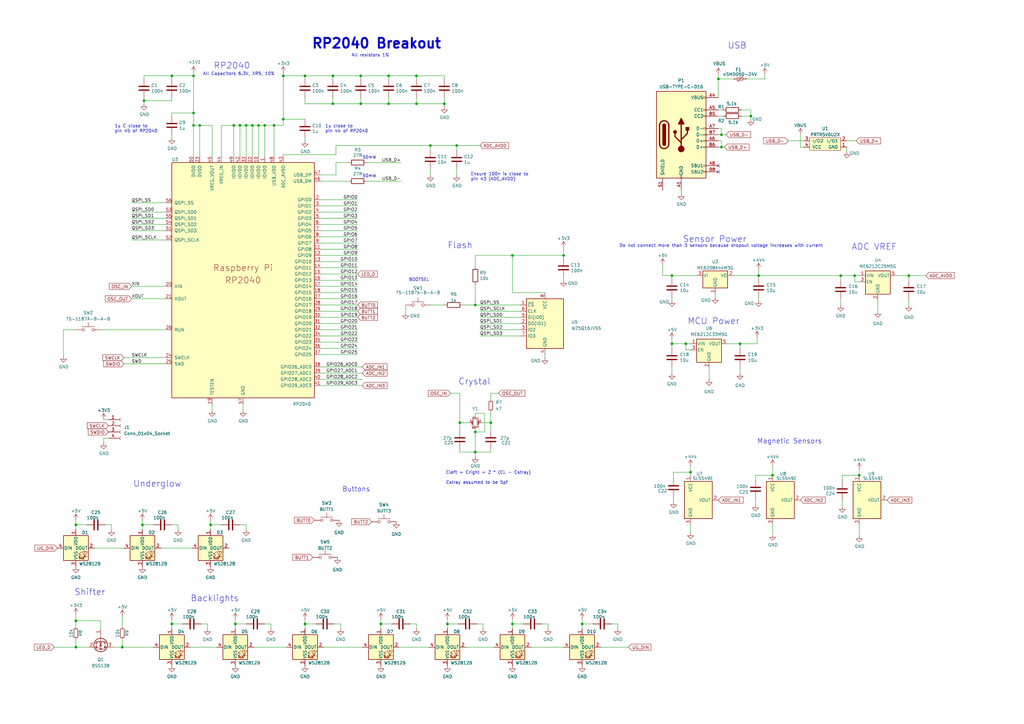
<source format=kicad_sch>
(kicad_sch (version 20230121) (generator eeschema)
  (paper "A3")
  (title_block (title "keeb") (date "2020-12-18") (rev "REV1"))
  (junction (at 201.295 173.355))
  (junction (at 95.885 51.435))
  (junction (at 81.915 51.435))
  (junction (at 283.21 193.675))
  (junction (at 307.975 47.625))
  (junction (at 210.185 104.775))
  (junction (at 31.115 265.43))
  (junction (at 275.59 113.03))
  (junction (at 58.42 215.265))
  (junction (at 170.815 42.545))
  (junction (at 136.525 42.545))
  (junction (at 188.595 173.355))
  (junction (at 96.52 255.905))
  (junction (at 79.375 46.355))
  (junction (at 108.585 51.435))
  (junction (at 98.425 51.435))
  (junction (at 70.485 255.905))
  (junction (at 147.955 42.545))
  (junction (at 238.76 255.905))
  (junction (at 295.91 55.245))
  (junction (at 210.185 255.905))
  (junction (at 106.045 51.435))
  (junction (at 275.59 140.97))
  (junction (at 294.64 32.385))
  (junction (at 194.945 177.165))
  (junction (at 100.965 51.435))
  (junction (at 159.385 42.545))
  (junction (at 59.055 41.275))
  (junction (at 311.15 113.03))
  (junction (at 50.165 265.43))
  (junction (at 350.52 113.03))
  (junction (at 281.305 140.97))
  (junction (at 194.945 185.42))
  (junction (at 183.515 255.905))
  (junction (at 31.115 254.635))
  (junction (at 344.805 113.03))
  (junction (at 79.375 51.435))
  (junction (at 147.955 31.115))
  (junction (at 116.205 48.895))
  (junction (at 125.095 255.905))
  (junction (at 194.945 125.095))
  (junction (at 31.115 215.265))
  (junction (at 316.865 194.945))
  (junction (at 182.245 42.545))
  (junction (at 70.485 31.115))
  (junction (at 303.53 140.97))
  (junction (at 156.21 255.905))
  (junction (at 295.91 60.325))
  (junction (at 79.375 31.115))
  (junction (at 103.505 51.435))
  (junction (at 372.745 113.03))
  (junction (at 112.395 51.435))
  (junction (at 176.53 59.69))
  (junction (at 125.095 31.115))
  (junction (at 159.385 31.115))
  (junction (at 352.425 194.945))
  (junction (at 116.205 31.115))
  (junction (at 136.525 31.115))
  (junction (at 86.36 215.265))
  (junction (at 170.815 31.115))
  (junction (at 187.325 59.69))
  (junction (at 231.14 104.775))
  (no_connect (at 294.64 67.945))
  (no_connect (at 294.64 70.485))
  (wire (pts (xy 283.21 215.265) (xy 283.21 218.44)))
  (wire (pts (xy 131.445 86.995) (xy 146.685 86.995)))
  (wire (pts (xy 131.445 84.455) (xy 146.685 84.455)))
  (wire (pts (xy 210.185 255.905) (xy 210.185 257.81)))
  (wire (pts (xy 194.945 104.775) (xy 194.945 109.22)))
  (wire (pts (xy 329.565 60.325) (xy 328.295 60.325)))
  (wire (pts (xy 131.445 130.175) (xy 146.685 130.175)))
  (wire (pts (xy 131.445 158.115) (xy 148.59 158.115)))
  (wire (pts (xy 196.85 137.795) (xy 213.36 137.795)))
  (wire (pts (xy 309.88 204.47) (xy 309.88 207.01)))
  (wire (pts (xy 70.485 41.275) (xy 70.485 40.005)))
  (wire (pts (xy 86.995 165.735) (xy 86.995 168.275)))
  (wire (pts (xy 38.735 224.79) (xy 50.8 224.79)))
  (wire (pts (xy 104.14 265.43) (xy 117.475 265.43)))
  (wire (pts (xy 131.445 153.035) (xy 148.59 153.035)))
  (wire (pts (xy 86.36 215.265) (xy 90.805 215.265)))
  (wire (pts (xy 156.21 254) (xy 156.21 255.905)))
  (wire (pts (xy 306.07 32.385) (xy 313.69 32.385)))
  (wire (pts (xy 111.125 255.905) (xy 111.125 257.81)))
  (wire (pts (xy 59.055 40.005) (xy 59.055 41.275)))
  (wire (pts (xy 196.85 127.635) (xy 213.36 127.635)))
  (wire (pts (xy 116.205 48.895) (xy 125.095 48.895)))
  (wire (pts (xy 67.945 83.185) (xy 53.975 83.185)))
  (wire (pts (xy 131.445 107.315) (xy 146.685 107.315)))
  (wire (pts (xy 131.445 145.415) (xy 146.685 145.415)))
  (wire (pts (xy 31.115 252.095) (xy 31.115 254.635)))
  (wire (pts (xy 296.545 45.085) (xy 294.64 45.085)))
  (wire (pts (xy 136.525 32.385) (xy 136.525 31.115)))
  (wire (pts (xy 53.975 92.075) (xy 67.945 92.075)))
  (wire (pts (xy 350.52 115.57) (xy 352.425 115.57)))
  (wire (pts (xy 31.115 262.255) (xy 31.115 265.43)))
  (wire (pts (xy 295.91 55.245) (xy 297.815 55.245)))
  (wire (pts (xy 238.76 255.905) (xy 243.205 255.905)))
  (wire (pts (xy 210.185 104.775) (xy 231.14 104.775)))
  (wire (pts (xy 79.375 51.435) (xy 79.375 64.135)))
  (wire (pts (xy 323.215 57.785) (xy 329.565 57.785)))
  (wire (pts (xy 210.185 255.905) (xy 214.63 255.905)))
  (wire (pts (xy 131.445 142.875) (xy 146.685 142.875)))
  (wire (pts (xy 197.485 173.355) (xy 201.295 173.355)))
  (wire (pts (xy 283.21 194.945) (xy 283.21 193.675)))
  (wire (pts (xy 131.445 74.295) (xy 142.875 74.295)))
  (wire (pts (xy 156.21 255.905) (xy 156.21 257.81)))
  (wire (pts (xy 103.505 51.435) (xy 106.045 51.435)))
  (wire (pts (xy 70.485 255.905) (xy 74.93 255.905)))
  (wire (pts (xy 352.425 192.405) (xy 352.425 194.945)))
  (wire (pts (xy 50.8 146.685) (xy 67.945 146.685)))
  (wire (pts (xy 131.445 125.095) (xy 146.685 125.095)))
  (wire (pts (xy 31.115 215.265) (xy 31.115 217.17)))
  (wire (pts (xy 198.755 169.545) (xy 198.755 177.165)))
  (wire (pts (xy 95.885 51.435) (xy 98.425 51.435)))
  (wire (pts (xy 231.14 113.665) (xy 231.14 114.935)))
  (wire (pts (xy 150.495 74.295) (xy 164.465 74.295)))
  (wire (pts (xy 131.445 81.915) (xy 146.685 81.915)))
  (wire (pts (xy 367.665 113.03) (xy 372.745 113.03)))
  (wire (pts (xy 194.945 177.165) (xy 194.945 185.42)))
  (wire (pts (xy 163.83 265.43) (xy 175.895 265.43)))
  (wire (pts (xy 125.095 31.115) (xy 136.525 31.115)))
  (wire (pts (xy 231.14 101.6) (xy 231.14 104.775)))
  (wire (pts (xy 116.205 63.5) (xy 137.795 63.5)))
  (wire (pts (xy 70.485 46.355) (xy 79.375 46.355)))
  (wire (pts (xy 116.205 31.115) (xy 116.205 48.895)))
  (wire (pts (xy 294.64 47.625) (xy 296.545 47.625)))
  (wire (pts (xy 156.21 255.905) (xy 160.655 255.905)))
  (wire (pts (xy 311.15 121.92) (xy 311.15 123.19)))
  (wire (pts (xy 344.805 122.555) (xy 344.805 125.095)))
  (wire (pts (xy 103.505 64.135) (xy 103.505 51.435)))
  (wire (pts (xy 111.125 255.905) (xy 108.585 255.905)))
  (wire (pts (xy 279.4 78.105) (xy 279.4 79.375)))
  (wire (pts (xy 344.805 114.935) (xy 344.805 113.03)))
  (wire (pts (xy 194.945 125.095) (xy 213.36 125.095)))
  (wire (pts (xy 281.305 143.51) (xy 283.21 143.51)))
  (wire (pts (xy 170.815 31.115) (xy 182.245 31.115)))
  (wire (pts (xy 350.52 113.03) (xy 350.52 115.57)))
  (wire (pts (xy 238.76 255.905) (xy 238.76 257.81)))
  (wire (pts (xy 99.695 165.735) (xy 99.695 168.275)))
  (wire (pts (xy 170.815 40.005) (xy 170.815 42.545)))
  (wire (pts (xy 79.375 46.355) (xy 79.375 51.435)))
  (wire (pts (xy 295.91 52.705) (xy 295.91 55.245)))
  (wire (pts (xy 66.04 224.79) (xy 78.74 224.79)))
  (wire (pts (xy 132.715 265.43) (xy 148.59 265.43)))
  (wire (pts (xy 50.165 265.43) (xy 62.865 265.43)))
  (wire (pts (xy 131.445 132.715) (xy 146.685 132.715)))
  (wire (pts (xy 137.795 66.675) (xy 142.875 66.675)))
  (wire (pts (xy 224.79 255.905) (xy 224.79 257.81)))
  (wire (pts (xy 316.865 191.135) (xy 316.865 194.945)))
  (wire (pts (xy 189.865 125.095) (xy 194.945 125.095)))
  (wire (pts (xy 81.915 51.435) (xy 79.375 51.435)))
  (wire (pts (xy 131.445 102.235) (xy 146.685 102.235)))
  (wire (pts (xy 78.105 265.43) (xy 88.9 265.43)))
  (wire (pts (xy 316.865 215.265) (xy 316.865 219.075)))
  (wire (pts (xy 147.955 40.005) (xy 147.955 42.545)))
  (wire (pts (xy 271.78 113.03) (xy 275.59 113.03)))
  (wire (pts (xy 182.245 42.545) (xy 182.245 43.815)))
  (wire (pts (xy 45.72 215.265) (xy 45.72 217.17)))
  (wire (pts (xy 313.69 30.48) (xy 313.69 32.385)))
  (wire (pts (xy 294.64 32.385) (xy 294.64 40.005)))
  (wire (pts (xy 100.965 215.265) (xy 98.425 215.265)))
  (wire (pts (xy 347.345 57.785) (xy 351.155 57.785)))
  (wire (pts (xy 372.745 122.555) (xy 372.745 125.095)))
  (wire (pts (xy 131.445 71.755) (xy 137.795 71.755)))
  (wire (pts (xy 345.44 205.105) (xy 345.44 207.645)))
  (wire (pts (xy 307.975 47.625) (xy 307.975 48.895)))
  (wire (pts (xy 116.205 31.115) (xy 125.095 31.115)))
  (wire (pts (xy 70.485 47.625) (xy 70.485 46.355)))
  (wire (pts (xy 131.445 120.015) (xy 146.685 120.015)))
  (wire (pts (xy 303.53 140.97) (xy 310.515 140.97)))
  (wire (pts (xy 50.165 262.255) (xy 50.165 265.43)))
  (wire (pts (xy 294.64 30.48) (xy 294.64 32.385)))
  (wire (pts (xy 275.59 150.495) (xy 275.59 153.035)))
  (wire (pts (xy 275.59 121.92) (xy 275.59 123.19)))
  (wire (pts (xy 194.945 170.815) (xy 194.945 169.545)))
  (wire (pts (xy 46.355 265.43) (xy 50.165 265.43)))
  (wire (pts (xy 187.325 59.69) (xy 187.325 61.595)))
  (wire (pts (xy 194.945 116.84) (xy 194.945 125.095)))
  (wire (pts (xy 125.095 32.385) (xy 125.095 31.115)))
  (wire (pts (xy 96.52 255.905) (xy 100.965 255.905)))
  (wire (pts (xy 253.365 255.905) (xy 253.365 257.81)))
  (wire (pts (xy 137.795 66.675) (xy 137.795 71.755)))
  (wire (pts (xy 67.945 98.425) (xy 53.975 98.425)))
  (wire (pts (xy 210.185 254) (xy 210.185 255.905)))
  (wire (pts (xy 106.045 51.435) (xy 108.585 51.435)))
  (wire (pts (xy 285.75 113.03) (xy 275.59 113.03)))
  (wire (pts (xy 131.445 122.555) (xy 146.685 122.555)))
  (wire (pts (xy 70.485 55.245) (xy 70.485 56.515)))
  (wire (pts (xy 300.99 113.03) (xy 311.15 113.03)))
  (wire (pts (xy 131.445 114.935) (xy 146.685 114.935)))
  (wire (pts (xy 53.975 94.615) (xy 67.945 94.615)))
  (wire (pts (xy 170.815 255.905) (xy 168.275 255.905)))
  (wire (pts (xy 290.83 151.13) (xy 290.83 155.575)))
  (wire (pts (xy 316.865 194.945) (xy 309.88 194.945)))
  (wire (pts (xy 204.47 161.29) (xy 201.295 161.29)))
  (wire (pts (xy 116.205 48.895) (xy 116.205 51.435)))
  (wire (pts (xy 188.595 185.42) (xy 188.595 184.15)))
  (wire (pts (xy 137.795 63.5) (xy 137.795 59.69)))
  (wire (pts (xy 345.44 194.945) (xy 352.425 194.945)))
  (wire (pts (xy 311.15 114.3) (xy 311.15 113.03)))
  (wire (pts (xy 295.91 60.325) (xy 295.91 57.785)))
  (wire (pts (xy 210.185 104.775) (xy 210.185 120.015)))
  (wire (pts (xy 131.445 127.635) (xy 146.685 127.635)))
  (wire (pts (xy 194.945 169.545) (xy 198.755 169.545)))
  (wire (pts (xy 194.945 187.325) (xy 194.945 185.42)))
  (wire (pts (xy 100.965 51.435) (xy 103.505 51.435)))
  (wire (pts (xy 194.945 185.42) (xy 201.295 185.42)))
  (wire (pts (xy 303.53 150.495) (xy 303.53 153.035)))
  (wire (pts (xy 96.52 254) (xy 96.52 255.905)))
  (wire (pts (xy 253.365 255.905) (xy 250.825 255.905)))
  (wire (pts (xy 347.345 60.325) (xy 347.345 62.23)))
  (wire (pts (xy 41.275 135.255) (xy 67.945 135.255)))
  (wire (pts (xy 108.585 51.435) (xy 108.585 64.135)))
  (wire (pts (xy 86.995 51.435) (xy 81.915 51.435)))
  (wire (pts (xy 85.09 255.905) (xy 82.55 255.905)))
  (wire (pts (xy 147.955 42.545) (xy 136.525 42.545)))
  (wire (pts (xy 276.225 203.835) (xy 276.225 205.74)))
  (wire (pts (xy 70.485 32.385) (xy 70.485 31.115)))
  (wire (pts (xy 67.945 122.555) (xy 53.975 122.555)))
  (wire (pts (xy 328.295 60.325) (xy 328.295 55.245)))
  (wire (pts (xy 42.545 179.705) (xy 44.45 179.705)))
  (wire (pts (xy 131.445 99.695) (xy 146.685 99.695)))
  (wire (pts (xy 58.42 213.36) (xy 58.42 215.265)))
  (wire (pts (xy 275.59 114.3) (xy 275.59 113.03)))
  (wire (pts (xy 275.59 142.875) (xy 275.59 140.97)))
  (wire (pts (xy 125.095 40.005) (xy 125.095 42.545)))
  (wire (pts (xy 70.485 31.115) (xy 79.375 31.115)))
  (wire (pts (xy 45.72 215.265) (xy 43.18 215.265)))
  (wire (pts (xy 182.245 32.385) (xy 182.245 31.115)))
  (wire (pts (xy 372.745 114.935) (xy 372.745 113.03)))
  (wire (pts (xy 194.945 185.42) (xy 188.595 185.42)))
  (wire (pts (xy 307.975 45.085) (xy 307.975 47.625)))
  (wire (pts (xy 108.585 51.435) (xy 112.395 51.435)))
  (wire (pts (xy 309.88 194.945) (xy 309.88 196.85)))
  (wire (pts (xy 194.945 175.895) (xy 194.945 177.165)))
  (wire (pts (xy 311.15 113.03) (xy 344.805 113.03)))
  (wire (pts (xy 131.445 109.855) (xy 146.685 109.855)))
  (wire (pts (xy 183.515 255.905) (xy 187.96 255.905)))
  (wire (pts (xy 136.525 42.545) (xy 125.095 42.545)))
  (wire (pts (xy 131.445 117.475) (xy 146.685 117.475)))
  (wire (pts (xy 136.525 40.005) (xy 136.525 42.545)))
  (wire (pts (xy 131.445 135.255) (xy 146.685 135.255)))
  (wire (pts (xy 176.53 125.095) (xy 182.245 125.095)))
  (wire (pts (xy 352.425 113.03) (xy 350.52 113.03)))
  (wire (pts (xy 281.305 140.97) (xy 281.305 143.51)))
  (wire (pts (xy 131.445 92.075) (xy 146.685 92.075)))
  (wire (pts (xy 159.385 32.385) (xy 159.385 31.115)))
  (wire (pts (xy 176.53 59.69) (xy 187.325 59.69)))
  (wire (pts (xy 188.595 176.53) (xy 188.595 173.355)))
  (wire (pts (xy 131.445 140.335) (xy 146.685 140.335)))
  (wire (pts (xy 131.445 97.155) (xy 146.685 97.155)))
  (wire (pts (xy 310.515 138.43) (xy 310.515 140.97)))
  (wire (pts (xy 22.225 265.43) (xy 31.115 265.43)))
  (wire (pts (xy 147.955 31.115) (xy 159.385 31.115)))
  (wire (pts (xy 238.76 254) (xy 238.76 255.905)))
  (wire (pts (xy 271.78 108.585) (xy 271.78 113.03)))
  (wire (pts (xy 116.205 29.845) (xy 116.205 31.115)))
  (wire (pts (xy 131.445 89.535) (xy 146.685 89.535)))
  (wire (pts (xy 31.115 135.255) (xy 26.035 135.255)))
  (wire (pts (xy 50.165 252.73) (xy 50.165 257.175)))
  (wire (pts (xy 41.275 254.635) (xy 41.275 257.81)))
  (wire (pts (xy 112.395 64.135) (xy 112.395 51.435)))
  (wire (pts (xy 213.36 132.715) (xy 196.85 132.715)))
  (wire (pts (xy 125.095 255.905) (xy 125.095 257.81)))
  (wire (pts (xy 231.14 106.045) (xy 231.14 104.775)))
  (wire (pts (xy 194.945 104.775) (xy 210.185 104.775)))
  (wire (pts (xy 201.295 184.15) (xy 201.295 185.42)))
  (wire (pts (xy 125.095 254) (xy 125.095 255.905)))
  (wire (pts (xy 131.445 104.775) (xy 146.685 104.775)))
  (wire (pts (xy 31.115 213.36) (xy 31.115 215.265)))
  (wire (pts (xy 136.525 31.115) (xy 147.955 31.115)))
  (wire (pts (xy 150.495 66.675) (xy 164.465 66.675)))
  (wire (pts (xy 303.53 142.875) (xy 303.53 140.97)))
  (wire (pts (xy 86.36 215.265) (xy 86.36 217.17)))
  (wire (pts (xy 131.445 112.395) (xy 146.685 112.395)))
  (wire (pts (xy 59.055 41.275) (xy 70.485 41.275)))
  (wire (pts (xy 183.515 254) (xy 183.515 255.905)))
  (wire (pts (xy 139.7 255.905) (xy 137.16 255.905)))
  (wire (pts (xy 131.445 150.495) (xy 148.59 150.495)))
  (wire (pts (xy 90.805 51.435) (xy 95.885 51.435)))
  (wire (pts (xy 59.055 32.385) (xy 59.055 31.115)))
  (wire (pts (xy 183.515 255.905) (xy 183.515 257.81)))
  (wire (pts (xy 176.53 69.215) (xy 176.53 71.755)))
  (wire (pts (xy 53.975 86.995) (xy 67.945 86.995)))
  (wire (pts (xy 59.055 31.115) (xy 70.485 31.115)))
  (wire (pts (xy 81.915 64.135) (xy 81.915 51.435)))
  (wire (pts (xy 137.795 59.69) (xy 176.53 59.69)))
  (wire (pts (xy 344.805 113.03) (xy 350.52 113.03)))
  (wire (pts (xy 187.325 69.215) (xy 187.325 71.755)))
  (wire (pts (xy 31.115 215.265) (xy 35.56 215.265)))
  (wire (pts (xy 86.36 213.36) (xy 86.36 215.265)))
  (wire (pts (xy 139.7 255.905) (xy 139.7 257.81)))
  (wire (pts (xy 70.485 255.905) (xy 70.485 257.81)))
  (wire (pts (xy 224.79 255.905) (xy 222.25 255.905)))
  (wire (pts (xy 31.115 265.43) (xy 36.195 265.43)))
  (wire (pts (xy 100.965 64.135) (xy 100.965 51.435)))
  (wire (pts (xy 106.045 64.135) (xy 106.045 51.435)))
  (wire (pts (xy 31.115 254.635) (xy 41.275 254.635)))
  (wire (pts (xy 246.38 265.43) (xy 257.81 265.43)))
  (wire (pts (xy 58.42 215.265) (xy 62.865 215.265)))
  (wire (pts (xy 131.445 94.615) (xy 146.685 94.615)))
  (wire (pts (xy 191.135 265.43) (xy 202.565 265.43)))
  (wire (pts (xy 79.375 29.845) (xy 79.375 31.115)))
  (wire (pts (xy 198.12 255.905) (xy 198.12 257.81)))
  (wire (pts (xy 86.995 64.135) (xy 86.995 51.435)))
  (wire (pts (xy 294.64 32.385) (xy 300.99 32.385)))
  (wire (pts (xy 304.165 47.625) (xy 307.975 47.625)))
  (wire (pts (xy 31.115 254.635) (xy 31.115 257.175)))
  (wire (pts (xy 188.595 161.29) (xy 184.785 161.29)))
  (wire (pts (xy 26.035 135.255) (xy 26.035 146.05)))
  (wire (pts (xy 42.545 172.085) (xy 44.45 172.085)))
  (wire (pts (xy 53.975 117.475) (xy 67.945 117.475)))
  (wire (pts (xy 170.815 32.385) (xy 170.815 31.115)))
  (wire (pts (xy 198.755 177.165) (xy 194.945 177.165)))
  (wire (pts (xy 294.64 52.705) (xy 295.91 52.705)))
  (wire (pts (xy 79.375 31.115) (xy 79.375 46.355)))
  (wire (pts (xy 58.42 215.265) (xy 58.42 217.17)))
  (wire (pts (xy 112.395 51.435) (xy 116.205 51.435)))
  (wire (pts (xy 283.21 140.97) (xy 281.305 140.97)))
  (wire (pts (xy 198.12 255.905) (xy 195.58 255.905)))
  (wire (pts (xy 170.815 42.545) (xy 182.245 42.545)))
  (wire (pts (xy 360.045 123.19) (xy 360.045 127.635)))
  (wire (pts (xy 188.595 161.29) (xy 188.595 173.355)))
  (wire (pts (xy 213.36 130.175) (xy 196.85 130.175)))
  (wire (pts (xy 283.21 191.135) (xy 283.21 193.675)))
  (wire (pts (xy 131.445 155.575) (xy 148.59 155.575)))
  (wire (pts (xy 95.885 64.135) (xy 95.885 51.435)))
  (wire (pts (xy 53.975 89.535) (xy 67.945 89.535)))
  (wire (pts (xy 98.425 64.135) (xy 98.425 51.435)))
  (wire (pts (xy 98.425 51.435) (xy 100.965 51.435)))
  (wire (pts (xy 294.64 57.785) (xy 295.91 57.785)))
  (wire (pts (xy 131.445 137.795) (xy 146.685 137.795)))
  (wire (pts (xy 166.37 125.095) (xy 166.37 128.27)))
  (wire (pts (xy 116.205 63.5) (xy 116.205 64.135)))
  (wire (pts (xy 276.225 193.675) (xy 276.225 196.215)))
  (wire (pts (xy 159.385 31.115) (xy 170.815 31.115)))
  (wire (pts (xy 73.025 215.265) (xy 73.025 217.17)))
  (wire (pts (xy 294.64 55.245) (xy 295.91 55.245)))
  (wire (pts (xy 311.15 110.49) (xy 311.15 113.03)))
  (wire (pts (xy 85.09 255.905) (xy 85.09 257.81)))
  (wire (pts (xy 170.815 255.905) (xy 170.815 257.81)))
  (wire (pts (xy 295.91 60.325) (xy 297.18 60.325)))
  (wire (pts (xy 50.8 149.225) (xy 67.945 149.225)))
  (wire (pts (xy 188.595 173.355) (xy 192.405 173.355)))
  (wire (pts (xy 159.385 42.545) (xy 147.955 42.545)))
  (wire (pts (xy 176.53 59.69) (xy 176.53 61.595)))
  (wire (pts (xy 352.425 215.265) (xy 352.425 219.71)))
  (wire (pts (xy 59.055 41.275) (xy 59.055 42.545)))
  (wire (pts (xy 293.37 120.65) (xy 293.37 121.92)))
  (wire (pts (xy 283.21 193.675) (xy 276.225 193.675)))
  (wire (pts (xy 96.52 255.905) (xy 96.52 257.81)))
  (wire (pts (xy 275.59 139.065) (xy 275.59 140.97)))
  (wire (pts (xy 196.85 135.255) (xy 213.36 135.255)))
  (wire (pts (xy 201.295 161.29) (xy 201.295 163.83)))
  (wire (pts (xy 201.295 173.355) (xy 201.295 176.53)))
  (wire (pts (xy 210.185 120.015) (xy 223.52 120.015)))
  (wire (pts (xy 90.805 64.135) (xy 90.805 51.435)))
  (wire (pts (xy 307.975 45.085) (xy 304.165 45.085)))
  (wire (pts (xy 217.805 265.43) (xy 231.14 265.43)))
  (wire (pts (xy 182.245 40.005) (xy 182.245 42.545)))
  (wire (pts (xy 73.025 215.265) (xy 70.485 215.265)))
  (wire (pts (xy 159.385 40.005) (xy 159.385 42.545)))
  (wire (pts (xy 100.965 215.265) (xy 100.965 217.17)))
  (wire (pts (xy 125.095 57.785) (xy 125.095 56.515)))
  (wire (pts (xy 159.385 42.545) (xy 170.815 42.545)))
  (wire (pts (xy 147.955 32.385) (xy 147.955 31.115)))
  (wire (pts (xy 187.325 59.69) (xy 196.85 59.69)))
  (wire (pts (xy 294.64 60.325) (xy 295.91 60.325)))
  (wire (pts (xy 275.59 140.97) (xy 281.305 140.97)))
  (wire (pts (xy 70.485 254) (xy 70.485 255.905)))
  (wire (pts (xy 372.745 113.03) (xy 379.73 113.03)))
  (wire (pts (xy 201.295 168.91) (xy 201.295 173.355)))
  (wire (pts (xy 298.45 140.97) (xy 303.53 140.97)))
  (wire (pts (xy 345.44 194.945) (xy 345.44 197.485)))
  (wire (pts (xy 125.095 255.905) (xy 129.54 255.905)))
  (wire (pts (xy 42.545 181.61) (xy 42.545 179.705)))
  (wire (pts (xy 223.52 145.415) (xy 223.52 146.685)))
  (image (at 154.305 -161.29) (scale 5.52324))
  (image (at -134.62 54.61) (scale 2.69118))
  (text "Sensor Power" (at 280.035 99.695 0) (effects (font (size 2.54 2.54)) (justify left bottom)))
  (text "50mW" (at 148.59 65.405 0) (effects (font (size 1.27 1.27)) (justify left bottom)))
  (text "RP2040 Breakout\n" (at 127.635 20.32 0) (effects (font (size 4 4) (thickness 0.8) bold) (justify left bottom)))
  (text "Do not connect more than 3 sensors because dropout voltage increases with current" (at 254 101.6 0) (effects (font (size 1.27 1.27)) (justify left bottom)))
  (text "Backlights" (at 78.105 247.015 0) (effects (font (size 2.54 2.54)) (justify left bottom)))
  (text "Crystal" (at 187.96 158.115 0) (effects (font (size 2.54 2.54)) (justify left bottom)))
  (text "ADC VREF\n" (at 349.25 102.87 0) (effects (font (size 2.54 2.54)) (justify left bottom)))
  (text "Magnetic Sensors" (at 310.515 182.245 0) (effects (font (size 2 2)) (justify left bottom)))
  (text "Underglow" (at 54.61 200.025 0) (effects (font (size 2.54 2.54)) (justify left bottom)))
  (text "All Capacitors 6.3V, XR5, 10%" (at 83.185 31.115 0) (effects (font (size 1.27 1.27)) (justify left bottom)))
  (text "USB" (at 298.45 20.32 0) (effects (font (size 2.54 2.54)) (justify left bottom)))
  (text "Flash" (at 183.515 102.235 0) (effects (font (size 2.54 2.54)) (justify left bottom)))
  (text "Ensure 100n is close to \npin 43 (ADC_AVDD)" (at 193.04 74.295 0) (effects (font (size 1.27 1.27)) (justify left bottom)))
  (text "1u close to \npin 44 of RP2040" (at 133.35 54.61 0) (effects (font (size 1.27 1.27)) (justify left bottom)))
  (text "1u C close to \npin 45 of RP2040" (at 46.99 54.61 0) (effects (font (size 1.27 1.27)) (justify left bottom)))
  (text "All resistors 1%" (at 144.145 23.495 0) (effects (font (size 1.27 1.27)) (justify left bottom)))
  (text "MCU Power\n" (at 281.94 133.35 0) (effects (font (size 2.54 2.54)) (justify left bottom)))
  (text "Buttons" (at 140.335 201.93 0) (effects (font (size 2 2)) (justify left bottom)))
  (text "Shifter" (at 30.48 244.475 0) (effects (font (size 2.54 2.54)) (justify left bottom)))
  (text "50mW" (at 148.59 73.025 0) (effects (font (size 1.27 1.27)) (justify left bottom)))
  (text "RP2040" (at 87.63 28.575 0) (effects (font (size 2.54 2.54)) (justify left bottom)))
  (text "Cleft = Cright = 2 * (CL - Cstray)\n\nCstray assumed to be 5pf" (at 182.88 198.755 0) (effects (font (size 1.27 1.27)) (justify left bottom)))
  (text "BOOTSEL" (at 167.64 115.57 0) (effects (font (size 1.27 1.27)) (justify left bottom)))
  (text "\n\n\n\n\n\n" (at 19.685 247.015 0) (effects (font (size 1.27 1.27)) (justify left bottom)))
  (label "QSPI_SS" (at 53.975 83.185 0))
  (label "GPIO26_ADC0" (at 146.685 150.495 180))
  (label "QSPI_SD0" (at 53.975 86.995 0))
  (label "GPIO29_ADC3" (at 146.685 158.115 180))
  (label "GPIO28_ADC2" (at 146.685 155.575 180))
  (label "XOUT" (at 53.975 122.555 0))
  (label "GPIO24" (at 146.685 142.875 180))
  (label "GPIO20" (at 146.685 132.715 180))
  (label "GPIO11" (at 146.685 109.855 180))
  (label "GPIO14" (at 146.685 117.475 180))
  (label "QSPI_SD0" (at 196.85 130.175 0))
  (label "GPIO10" (at 146.685 107.315 180))
  (label "GPIO9" (at 146.685 104.775 180))
  (label "GPIO16" (at 146.685 122.555 180))
  (label "QSPI_SS" (at 196.85 125.095 0))
  (label "GPIO17" (at 146.685 125.095 180))
  (label "QSPI_SCLK" (at 196.85 127.635 0))
  (label "QSPI_SD1" (at 196.85 132.715 0))
  (label "GPIO27_ADC1" (at 146.685 153.035 180))
  (label "GPIO12" (at 146.685 112.395 180))
  (label "QSPI_SD2" (at 196.85 135.255 0))
  (label "USB_D-" (at 164.465 74.295 180))
  (label "GPIO4" (at 146.685 92.075 180))
  (label "GPIO23" (at 146.685 140.335 180))
  (label "SWD" (at 53.975 149.225 0))
  (label "GPIO21" (at 146.685 135.255 180))
  (label "GPIO6" (at 146.685 97.155 180))
  (label "GPIO18" (at 146.685 127.635 180))
  (label "QSPI_SD3" (at 196.85 137.795 0))
  (label "GPIO3" (at 146.685 89.535 180))
  (label "QSPI_SD3" (at 53.975 94.615 0))
  (label "QSPI_SD2" (at 53.975 92.075 0))
  (label "GPIO5" (at 146.685 94.615 180))
  (label "GPIO1" (at 146.685 84.455 180))
  (label "GPIO7" (at 146.685 99.695 180))
  (label "GPIO22" (at 146.685 137.795 180))
  (label "USB_D+" (at 164.465 66.675 180))
  (label "GPIO0" (at 146.685 81.915 180))
  (label "QSPI_SD1" (at 53.975 89.535 0))
  (label "GPIO13" (at 146.685 114.935 180))
  (label "GPIO25" (at 146.685 145.415 180))
  (label "XIN" (at 53.975 117.475 0))
  (label "QSPI_SCLK" (at 53.975 98.425 0))
  (label "GPIO19" (at 146.685 130.175 180))
  (label "GPIO15" (at 146.685 120.015 180))
  (label "GPIO8" (at 146.685 102.235 180))
  (label "SWCLK" (at 53.975 146.685 0))
  (label "GPIO2" (at 146.685 86.995 180))
  (global_label "ADC_AVDD" (shape input) (at 196.85 59.69 0) (property "Intersheetrefs" "${INTERSHEET_REFS}" (effects hide)))
  (global_label "LED_D" (shape input) (at 22.225 265.43 180) (property "Intersheetrefs" "${INTERSHEET_REFS}" (effects hide)))
  (global_label "BUTT1" (shape input) (at 146.685 127.635 0) (property "Intersheetrefs" "${INTERSHEET_REFS}" (effects hide)))
  (global_label "UG_DIN" (shape input) (at 23.495 224.79 180) (property "Intersheetrefs" "${INTERSHEET_REFS}" (effects hide)))
  (global_label "USB_D+" (shape input) (at 297.18 60.325 0) (property "Intersheetrefs" "${INTERSHEET_REFS}" (effects hide)))
  (global_label "ADC_IN3" (shape input) (at 148.59 158.115 0) (property "Intersheetrefs" "${INTERSHEET_REFS}" (effects hide)))
  (global_label "OSC_OUT" (shape input) (at 53.975 122.555 180) (property "Intersheetrefs" "${INTERSHEET_REFS}" (effects hide)))
  (global_label "ADC_IN1" (shape input) (at 294.64 205.105 0) (property "Intersheetrefs" "${INTERSHEET_REFS}" (effects hide)))
  (global_label "ADC_IN2" (shape input) (at 148.59 153.035 0) (property "Intersheetrefs" "${INTERSHEET_REFS}" (effects hide)))
  (global_label "ADC_AVDD" (shape input) (at 379.73 113.03 0) (property "Intersheetrefs" "${INTERSHEET_REFS}" (effects hide)))
  (global_label "USB_D-" (shape input) (at 323.215 57.785 180) (property "Intersheetrefs" "${INTERSHEET_REFS}" (effects hide)))
  (global_label "SWCLK" (shape input) (at 44.45 174.625 180) (property "Intersheetrefs" "${INTERSHEET_REFS}" (effects hide)))
  (global_label "OSC_IN" (shape input) (at 53.975 117.475 180) (property "Intersheetrefs" "${INTERSHEET_REFS}" (effects hide)))
  (global_label "OSC_IN" (shape input) (at 184.785 161.29 180) (property "Intersheetrefs" "${INTERSHEET_REFS}" (effects hide)))
  (global_label "BUTT2" (shape input) (at 152.4 213.995 180) (property "Intersheetrefs" "${INTERSHEET_REFS}" (effects hide)))
  (global_label "SWDIO" (shape input) (at 44.45 177.165 180) (property "Intersheetrefs" "${INTERSHEET_REFS}" (effects hide)))
  (global_label "BUTT1" (shape input) (at 128.27 228.6 180) (property "Intersheetrefs" "${INTERSHEET_REFS}" (effects hide)))
  (global_label "SWCLK" (shape input) (at 50.8 146.685 180) (property "Intersheetrefs" "${INTERSHEET_REFS}" (effects hide)))
  (global_label "LED_D" (shape input) (at 146.685 112.395 0) (property "Intersheetrefs" "${INTERSHEET_REFS}" (effects hide)))
  (global_label "USB_D-" (shape input) (at 297.815 55.245 0) (property "Intersheetrefs" "${INTERSHEET_REFS}" (effects hide)))
  (global_label "USB_D+" (shape input) (at 351.155 57.785 0) (property "Intersheetrefs" "${INTERSHEET_REFS}" (effects hide)))
  (global_label "ADC_IN1" (shape input) (at 148.59 150.495 0) (property "Intersheetrefs" "${INTERSHEET_REFS}" (effects hide)))
  (global_label "UG_DIN" (shape input) (at 257.81 265.43 0) (property "Intersheetrefs" "${INTERSHEET_REFS}" (effects hide)))
  (global_label "ADC_IN2" (shape input) (at 328.295 205.105 0) (property "Intersheetrefs" "${INTERSHEET_REFS}" (effects hide)))
  (global_label "OSC_OUT" (shape input) (at 204.47 161.29 0) (property "Intersheetrefs" "${INTERSHEET_REFS}" (effects hide)))
  (global_label "BUTT0" (shape input) (at 146.685 125.095 0) (property "Intersheetrefs" "${INTERSHEET_REFS}" (effects hide)))
  (global_label "ADC_IN3" (shape input) (at 363.855 205.105 0) (property "Intersheetrefs" "${INTERSHEET_REFS}" (effects hide)))
  (global_label "SWDIO" (shape input) (at 50.8 149.225 180) (property "Intersheetrefs" "${INTERSHEET_REFS}" (effects hide)))
  (global_label "BUTT2" (shape input) (at 146.685 130.175 0) (property "Intersheetrefs" "${INTERSHEET_REFS}" (effects hide)))
  (global_label "BUTT0" (shape input) (at 128.905 213.36 180) (property "Intersheetrefs" "${INTERSHEET_REFS}" (effects hide)))
  (symbol (lib_id "power:GND") (at 279.4 79.375 0) (unit 1)
    (property "Reference" "#PWR014" (effects hide))
    (property "Value" "GND" (at 279.527 83.7692 0))
  )
  (symbol (lib_id "power:GND") (at 307.975 48.895 0) (unit 1)
    (property "Reference" "#PWR07" (effects hide))
    (property "Value" "GND" (at 310.515 48.895 0))
  )
  (symbol (lib_id "Device:Crystal_GND24_Small") (at 194.945 173.355 0) (unit 1)
    (property "Reference" "Y1" (at 193.675 167.64 0) (effects (justify left)))
    (property "Value" "12MHz" (effects hide))
    (property "Footprint" "Crystal:Crystal_SMD_3225-4Pin_3.2x2.5mm" (effects hide))
    (property "Datasheet" "X322512MSB4SI" (effects hide))
    (property "LCSC Part #" "C9002" (effects hide))
  )
  (symbol (lib_id "power:GND") (at 26.035 146.05 0) (unit 1)
    (property "Reference" "#PWR028" (effects hide))
    (property "Value" "GND" (at 26.162 150.4442 0))
  )
  (symbol (lib_id "power:GND") (at 59.055 42.545 0) (unit 1)
    (property "Reference" "#PWR05" (effects hide))
    (property "Value" "GND" (at 59.182 46.9392 0))
  )
  (symbol (lib_id "Device:R") (at 194.945 113.03 0) (unit 1)
    (property "Reference" "R5" (at 196.723 111.8616 0) (effects (justify left)))
    (property "Value" "10k" (at 196.723 114.173 0) (effects (justify left)))
    (property "Footprint" "Capacitor_SMD:C_0402_1005Metric" (effects hide))
  )
  (symbol (lib_id "LED:WS2812B") (at 31.115 224.79 0) (unit 1)
    (property "Reference" "D1" (at 34.925 218.44 0))
    (property "Value" "WS2812B" (at 32.385 230.505 0) (effects (justify left top)))
    (property "Footprint" "LED_SMD:LED_WS2812B_PLCC4_5.0x5.0mm_P3.2mm" (effects hide))
    (property "Datasheet" "https://cdn-shop.adafruit.com/datasheets/WS2812B.pdf" (effects hide))
  )
  (symbol (lib_id "power:VBUS") (at 328.295 55.245 0) (unit 1)
    (property "Reference" "#PWR08" (effects hide))
    (property "Value" "VBUS" (at 328.295 51.435 0))
  )
  (symbol (lib_id "Device:C") (at 125.095 36.195 0) (unit 1)
    (property "Reference" "C3" (at 128.016 35.0266 0) (effects (justify left)))
    (property "Value" "100n" (at 128.016 37.338 0) (effects (justify left)))
    (property "Footprint" "Capacitor_SMD:C_0402_1005Metric" (effects hide))
  )
  (symbol (lib_id "power:GND") (at 194.945 187.325 0) (unit 1)
    (property "Reference" "#PWR037" (effects hide))
    (property "Value" "GND" (at 194.945 191.135 0))
  )
  (symbol (lib_id "Device:C") (at 276.225 200.025 180) (unit 1)
    (property "Reference" "C22" (at 273.685 201.295 0) (effects (justify left)))
    (property "Value" "100n" (at 273.05 199.39 0) (effects (justify left)))
    (property "Footprint" "Capacitor_SMD:C_0402_1005Metric" (effects hide))
  )
  (symbol (lib_name "GND_1") (lib_id "power:GND") (at 85.09 257.81 0) (unit 1)
    (property "Reference" "#PWR068" (effects hide))
    (property "Value" "GND" (at 85.09 262.255 0))
  )
  (symbol (lib_id "power:+4V4") (at 283.21 191.135 0) (unit 1)
    (property "Reference" "#PWR38" (effects hide))
    (property "Value" "+4V4" (at 283.21 187.325 0))
  )
  (symbol (lib_name "GND_1") (lib_id "power:GND") (at 210.185 273.05 0) (unit 1)
    (property "Reference" "#PWR080" (effects hide))
    (property "Value" "GND" (at 210.185 277.495 0))
  )
  (symbol (lib_id "power:+5V") (at 313.69 30.48 0) (unit 1)
    (property "Reference" "#PWR04" (effects hide))
    (property "Value" "+5V" (at 313.69 26.67 0))
  )
  (symbol (lib_id "power:+3V3") (at 310.515 138.43 0) (unit 1)
    (property "Reference" "#PWR026" (effects hide))
    (property "Value" "+3V3" (at 310.515 134.62 0))
  )
  (symbol (lib_id "power:+5V") (at 271.78 108.585 0) (unit 1)
    (property "Reference" "#PWR016" (effects hide))
    (property "Value" "+5V" (at 271.78 104.775 0))
  )
  (symbol (lib_name "GND_1") (lib_id "power:GND") (at 139.065 213.36 0) (unit 1)
    (property "Reference" "#PWR047" (effects hide))
    (property "Value" "GND" (at 139.065 218.44 0))
  )
  (symbol (lib_id "Device:C") (at 218.44 255.905 90) (unit 1)
    (property "Reference" "C33" (at 220.345 250.825 90) (effects (justify left)))
    (property "Value" "100n" (at 219.583 252.984 90) (effects (justify left)))
    (property "Footprint" "Capacitor_SMD:C_0402_1005Metric" (effects hide))
  )
  (symbol (lib_id "power:GND") (at 344.805 125.095 0) (unit 1)
    (property "Reference" "#PWR022" (effects hide))
    (property "Value" "GND" (at 344.805 129.54 0))
  )
  (symbol (lib_id "Device:C") (at 191.77 255.905 90) (unit 1)
    (property "Reference" "C32" (at 193.675 250.825 90) (effects (justify left)))
    (property "Value" "100n" (at 192.913 252.984 90) (effects (justify left)))
    (property "Footprint" "Capacitor_SMD:C_0402_1005Metric" (effects hide))
  )
  (symbol (lib_id "MCU_RaspberryPi_RP2040:RP2040") (at 99.695 114.935 0) (unit 1)
    (property "Reference" "U3" (at 71.755 65.405 0))
    (property "Value" "RP2040" (at 123.825 165.735 0))
    (property "Footprint" "MCU_RaspberryPi_and_Boards:RP2040-QFN-56" (effects hide))
  )
  (symbol (lib_id "power:GND") (at 345.44 207.645 0) (unit 1)
    (property "Reference" "#PWR043" (effects hide))
    (property "Value" "GND" (at 345.567 212.0392 0))
  )
  (symbol (lib_id "power:+5V") (at 238.76 254 0) (unit 1)
    (property "Reference" "#PWR067" (effects hide))
    (property "Value" "+5V" (at 238.76 250.19 0))
  )
  (symbol (lib_id "Device:C") (at 372.745 118.745 0) (unit 1)
    (property "Reference" "C17" (at 375.92 117.475 0) (effects (justify left)))
    (property "Value" "10u" (at 375.92 119.7864 0) (effects (justify left)))
    (property "Footprint" "Capacitor_SMD:C_1206_3216Metric" (effects hide))
  )
  (symbol (lib_id "power:+5V") (at 86.36 213.36 0) (unit 1)
    (property "Reference" "#PWR046" (effects hide))
    (property "Value" "+5V" (at 86.36 209.55 0))
  )
  (symbol (lib_id "power:GND") (at 293.37 121.92 0) (unit 1)
    (property "Reference" "#PWR019" (effects hide))
    (property "Value" "GND" (at 289.56 123.19 0))
  )
  (symbol (lib_id "Device:R_Small") (at 201.295 166.37 0) (unit 1)
    (property "Reference" "R7" (at 203.2 165.1 0) (effects (justify left)))
    (property "Value" "47" (at 203.2 167.64 0) (effects (justify left)))
    (property "Footprint" "Resistor_SMD:R_0402_1005Metric" (effects hide))
    (property "LCSC Part #" "C25118" (effects hide))
  )
  (symbol (lib_id "Device:C") (at 39.37 215.265 90) (unit 1)
    (property "Reference" "C25" (at 41.275 210.185 90) (effects (justify left)))
    (property "Value" "100n" (at 40.513 212.344 90) (effects (justify left)))
    (property "Footprint" "Capacitor_SMD:C_0402_1005Metric" (effects hide))
  )
  (symbol (lib_id "power:GND") (at 42.545 181.61 0) (unit 1)
    (property "Reference" "#PWR036" (effects hide))
    (property "Value" "GND" (at 42.672 186.0042 0))
  )
  (symbol (lib_name "GND_1") (lib_id "power:GND") (at 183.515 273.05 0) (unit 1)
    (property "Reference" "#PWR079" (effects hide))
    (property "Value" "GND" (at 183.515 277.495 0))
  )
  (symbol (lib_id "Device:C") (at 170.815 36.195 0) (unit 1)
    (property "Reference" "C7" (at 173.736 35.0266 0) (effects (justify left)))
    (property "Value" "100n" (at 173.736 37.338 0) (effects (justify left)))
    (property "Footprint" "Capacitor_SMD:C_0402_1005Metric" (effects hide))
  )
  (symbol (lib_id "power:+3V3") (at 31.115 252.095 0) (unit 1)
    (property "Reference" "#PWR059" (effects hide))
    (property "Value" "+3V3" (at 31.115 248.285 0))
  )
  (symbol (lib_name "GND_1") (lib_id "power:GND") (at 138.43 228.6 0) (unit 1)
    (property "Reference" "#PWR055" (effects hide))
    (property "Value" "GND" (at 138.43 233.68 0))
  )
  (symbol (lib_id "Device:C") (at 201.295 180.34 180) (unit 1)
    (property "Reference" "C21" (at 209.55 181.61 0) (effects (justify left)))
    (property "Value" "27p" (at 208.915 179.705 0) (effects (justify left)))
    (property "Footprint" "Capacitor_SMD:C_0402_1005Metric" (effects hide))
  )
  (symbol (lib_id "power:GND") (at 166.37 128.27 0) (unit 1)
    (property "Reference" "#PWR025" (effects hide))
    (property "Value" "GND" (at 170.18 129.54 0))
  )
  (symbol (lib_name "GND_1") (lib_id "power:GND") (at 253.365 257.81 0) (unit 1)
    (property "Reference" "#PWR074" (effects hide))
    (property "Value" "GND" (at 253.365 262.255 0))
  )
  (symbol (lib_id "LED:WS2812B") (at 210.185 265.43 0) (unit 1)
    (property "Reference" "D9" (at 213.995 259.08 0))
    (property "Value" "WS2812B" (at 211.455 271.145 0) (effects (justify left top)))
    (property "Footprint" "LED_SMD:LED_WS2812B_PLCC4_5.0x5.0mm_P3.2mm" (effects hide))
    (property "Datasheet" "https://cdn-shop.adafruit.com/datasheets/WS2812B.pdf" (effects hide))
  )
  (symbol (lib_name "GND_1") (lib_id "power:GND") (at 100.965 217.17 0) (unit 1)
    (property "Reference" "#PWR051" (effects hide))
    (property "Value" "GND" (at 100.965 221.615 0))
  )
  (symbol (lib_id "Device:C") (at 345.44 201.295 180) (unit 1)
    (property "Reference" "C24" (at 342.519 202.4634 0) (effects (justify left)))
    (property "Value" "100n" (at 342.519 200.152 0) (effects (justify left)))
    (property "Footprint" "Capacitor_SMD:C_0402_1005Metric" (effects hide))
  )
  (symbol (lib_id "Regulator_Linear:AP2127K-3.3") (at 290.83 143.51 0) (unit 1)
    (property "Reference" "U6" (at 290.83 134.62 0))
    (property "Value" "ME6212C33M5G" (at 290.83 137.16 0))
    (property "Footprint" "Package_TO_SOT_SMD:SOT-23-5" (effects hide))
    (property "Datasheet" "https://www.diodes.com/assets/Datasheets/AP2127.pdf" (effects hide))
  )
  (symbol (lib_id "Switch:SW_Push") (at 171.45 125.095 0) (unit 1)
    (property "Reference" "SW1" (at 171.45 118.11 0))
    (property "Value" "TS-1187A-B-A-B" (at 171.45 120.015 0))
    (property "Footprint" "Button_Switch_SMD:TS-1187A" (effects hide))
  )
  (symbol (lib_id "Device:C") (at 70.485 36.195 0) (unit 1)
    (property "Reference" "C2" (at 73.406 35.0266 0) (effects (justify left)))
    (property "Value" "100n" (at 73.406 37.338 0) (effects (justify left)))
    (property "Footprint" "Capacitor_SMD:C_0402_1005Metric" (effects hide))
  )
  (symbol (lib_name "GND_1") (lib_id "power:GND") (at 58.42 232.41 0) (unit 1)
    (property "Reference" "#PWR057" (effects hide))
    (property "Value" "GND" (at 58.42 236.855 0))
  )
  (symbol (lib_id "Connector:USB_C_Receptacle_USB2.0") (at 279.4 55.245 0) (unit 1)
    (property "Reference" "P1" (at 279.4 33.02 0))
    (property "Value" "USB-TYPE-C-016" (at 279.4 35.56 0))
    (property "Footprint" "Connector_USB:USB-TYPE-C-016_Receptacle_DEALON_16P_MidMnt" (effects hide))
  )
  (symbol (lib_id "power:GND") (at 316.865 219.075 0) (unit 1)
    (property "Reference" "#PWR053" (effects hide))
    (property "Value" "GND" (at 316.992 223.4692 0))
  )
  (symbol (lib_id "Device:C") (at 125.095 52.705 0) (unit 1)
    (property "Reference" "C10" (at 128.016 51.5366 0) (effects (justify left)))
    (property "Value" "1u" (at 128.016 53.848 0) (effects (justify left)))
    (property "Footprint" "Capacitor_SMD:C_0402_1005Metric" (effects hide))
  )
  (symbol (lib_id "Regulator_Linear:AP2127K-3.3") (at 360.045 115.57 0) (unit 1)
    (property "Reference" "U4" (at 360.045 106.68 0))
    (property "Value" "ME6212C25M5G" (at 360.045 109.22 0))
    (property "Footprint" "Package_TO_SOT_SMD:SOT-23-5" (effects hide))
    (property "Datasheet" "https://www.diodes.com/assets/Datasheets/AP2127.pdf" (effects hide))
  )
  (symbol (lib_id "power:+5V") (at 31.115 213.36 0) (unit 1)
    (property "Reference" "#PWR044" (effects hide))
    (property "Value" "+5V" (at 31.115 209.55 0))
  )
  (symbol (lib_id "Switch:SW_Push") (at 133.35 228.6 0) (unit 1)
    (property "Reference" "SW5" (at 133.35 222.25 0))
    (property "Value" "BUTT2" (at 133.35 224.79 0))
    (property "Footprint" "Button_Switch_SMD:SW_Push_1P1T_NO_6x6mm_H9.5mm" (effects hide))
  )
  (symbol (lib_id "Memory_Flash:W25Q32JVSS") (at 223.52 132.715 0) (unit 1)
    (property "Reference" "U5" (at 234.315 132.08 0) (effects (justify left)))
    (property "Value" "W25Q16JVSS" (at 234.315 134.62 0) (effects (justify left)))
    (property "Footprint" "Package_SO:SOIC-8_5.23x5.23mm_P1.27mm" (effects hide))
    (property "Datasheet" "http://www.winbond.com/resource-files/w25q32jv%20revg%2003272018%20plus.pdf" (effects hide))
  )
  (symbol (lib_id "power:GND") (at 276.225 205.74 0) (unit 1)
    (property "Reference" "#PWR041" (effects hide))
    (property "Value" "GND" (at 276.352 210.1342 0))
  )
  (symbol (lib_id "keebio:PRTR5V0U2X") (at 338.455 59.055 180) (unit 1)
    (property "Reference" "U1" (at 338.455 52.705 0))
    (property "Value" "PRTR5V0U2X" (at 338.455 55.245 0))
    (property "Footprint" "Keebio-Parts:SOT-143B" (effects hide))
  )
  (symbol (lib_id "power:GND") (at 360.045 127.635 0) (unit 1)
    (property "Reference" "#PWR024" (effects hide))
    (property "Value" "GND" (at 360.045 132.715 0))
  )
  (symbol (lib_id "power:GND") (at 311.15 123.19 0) (unit 1)
    (property "Reference" "#PWR021" (effects hide))
    (property "Value" "GND" (at 307.34 124.46 0))
  )
  (symbol (lib_id "power:+5V") (at 156.21 254 0) (unit 1)
    (property "Reference" "#PWR064" (effects hide))
    (property "Value" "+5V" (at 156.21 250.19 0))
  )
  (symbol (lib_name "GND_1") (lib_id "power:GND") (at 86.36 232.41 0) (unit 1)
    (property "Reference" "#PWR058" (effects hide))
    (property "Value" "GND" (at 86.36 236.855 0))
  )
  (symbol (lib_id "Device:C") (at 344.805 118.745 0) (unit 1)
    (property "Reference" "C16" (at 347.98 117.475 0) (effects (justify left)))
    (property "Value" "10u" (at 347.98 119.7864 0) (effects (justify left)))
    (property "Footprint" "Capacitor_SMD:C_1206_3216Metric" (effects hide))
  )
  (symbol (lib_name "GND_1") (lib_id "power:GND") (at 224.79 257.81 0) (unit 1)
    (property "Reference" "#PWR073" (effects hide))
    (property "Value" "GND" (at 224.79 262.255 0))
  )
  (symbol (lib_id "power:GND") (at 223.52 146.685 0) (unit 1)
    (property "Reference" "#PWR029" (effects hide))
    (property "Value" "GND" (at 219.71 147.955 0))
  )
  (symbol (lib_id "LED:WS2812B") (at 86.36 224.79 0) (unit 1)
    (property "Reference" "D3" (at 90.17 218.44 0))
    (property "Value" "WS2812B" (at 87.63 230.505 0) (effects (justify left top)))
    (property "Footprint" "LED_SMD:LED_WS2812B_PLCC4_5.0x5.0mm_P3.2mm" (effects hide))
    (property "Datasheet" "https://cdn-shop.adafruit.com/datasheets/WS2812B.pdf" (effects hide))
  )
  (symbol (lib_id "LED:WS2812B") (at 156.21 265.43 0) (unit 1)
    (property "Reference" "D7" (at 160.02 259.08 0))
    (property "Value" "WS2812B" (at 157.48 271.145 0) (effects (justify left top)))
    (property "Footprint" "LED_SMD:LED_WS2812B_PLCC4_5.0x5.0mm_P3.2mm" (effects hide))
    (property "Datasheet" "https://cdn-shop.adafruit.com/datasheets/WS2812B.pdf" (effects hide))
  )
  (symbol (lib_id "power:GND") (at 352.425 219.71 0) (unit 1)
    (property "Reference" "#PWR054" (effects hide))
    (property "Value" "GND" (at 352.552 224.1042 0))
  )
  (symbol (lib_id "power:GND") (at 309.88 207.01 0) (unit 1)
    (property "Reference" "#PWR042" (effects hide))
    (property "Value" "GND" (at 310.007 211.4042 0))
  )
  (symbol (lib_id "power:VBUS") (at 294.64 30.48 0) (unit 1)
    (property "Reference" "#PWR03" (effects hide))
    (property "Value" "VBUS" (at 295.021 26.0858 0))
  )
  (symbol (lib_id "power:+1V1") (at 79.375 29.845 0) (unit 1)
    (property "Reference" "#PWR01" (effects hide))
    (property "Value" "+1V1" (at 79.756 25.4508 0))
  )
  (symbol (lib_id "Device:C") (at 133.35 255.905 90) (unit 1)
    (property "Reference" "C30" (at 135.255 250.825 90) (effects (justify left)))
    (property "Value" "100n" (at 134.493 252.984 90) (effects (justify left)))
    (property "Footprint" "Capacitor_SMD:C_0402_1005Metric" (effects hide))
  )
  (symbol (lib_id "power:+4V4") (at 311.15 110.49 0) (unit 1)
    (property "Reference" "#PWR17" (effects hide))
    (property "Value" "+4V4" (at 311.15 106.68 0))
  )
  (symbol (lib_id "LED:WS2812B") (at 183.515 265.43 0) (unit 1)
    (property "Reference" "D8" (at 187.325 259.08 0))
    (property "Value" "WS2812B" (at 184.785 271.145 0) (effects (justify left top)))
    (property "Footprint" "LED_SMD:LED_WS2812B_PLCC4_5.0x5.0mm_P3.2mm" (effects hide))
    (property "Datasheet" "https://cdn-shop.adafruit.com/datasheets/WS2812B.pdf" (effects hide))
  )
  (symbol (lib_id "power:GND") (at 283.21 218.44 0) (unit 1)
    (property "Reference" "#PWR052" (effects hide))
    (property "Value" "GND" (at 283.337 222.8342 0))
  )
  (symbol (lib_id "Device:C") (at 66.675 215.265 90) (unit 1)
    (property "Reference" "C26" (at 68.58 210.185 90) (effects (justify left)))
    (property "Value" "100n" (at 67.818 212.344 90) (effects (justify left)))
    (property "Footprint" "Capacitor_SMD:C_0402_1005Metric" (effects hide))
  )
  (symbol (lib_id "Device:R") (at 186.055 125.095 90) (unit 1)
    (property "Reference" "R6" (at 186.055 120.65 90))
    (property "Value" "1k" (at 186.055 123.19 90))
    (property "Footprint" "Capacitor_SMD:C_0402_1005Metric" (effects hide))
  )
  (symbol (lib_id "power:+5V") (at 275.59 139.065 0) (unit 1)
    (property "Reference" "#PWR027" (effects hide))
    (property "Value" "+5V" (at 275.59 135.255 0))
  )
  (symbol (lib_name "GND_1") (lib_id "power:GND") (at 96.52 273.05 0) (unit 1)
    (property "Reference" "#PWR076" (effects hide))
    (property "Value" "GND" (at 96.52 277.495 0))
  )
  (symbol (lib_id "Device:C") (at 231.14 109.855 0) (unit 1)
    (property "Reference" "C13" (at 234.061 108.6866 0) (effects (justify left)))
    (property "Value" "100n" (at 234.061 110.998 0) (effects (justify left)))
    (property "Footprint" "Capacitor_SMD:C_0402_1005Metric" (effects hide))
  )
  (symbol (lib_id "Device:R_Small") (at 31.115 259.715 180) (unit 1)
    (property "Reference" "R8" (at 33.02 259.715 90))
    (property "Value" "10k" (at 29.21 259.715 90))
    (property "Footprint" "Resistor_SMD:R_0402_1005Metric" (effects hide))
    (property "LCSC Part #" "C25744" (effects hide))
  )
  (symbol (lib_name "GND_1") (lib_id "power:GND") (at 31.115 232.41 0) (unit 1)
    (property "Reference" "#PWR056" (effects hide))
    (property "Value" "GND" (at 31.115 236.855 0))
  )
  (symbol (lib_id "power:GND") (at 290.83 155.575 0) (unit 1)
    (property "Reference" "#PWR032" (effects hide))
    (property "Value" "GND" (at 290.83 160.655 0))
  )
  (symbol (lib_name "GND_1") (lib_id "power:GND") (at 198.12 257.81 0) (unit 1)
    (property "Reference" "#PWR072" (effects hide))
    (property "Value" "GND" (at 198.12 262.255 0))
  )
  (symbol (lib_id "Device:C") (at 275.59 118.11 0) (unit 1)
    (property "Reference" "C14" (at 278.765 116.84 0) (effects (justify left)))
    (property "Value" "10u" (at 278.765 119.1514 0) (effects (justify left)))
    (property "Footprint" "Capacitor_SMD:C_1206_3216Metric" (effects hide))
  )
  (symbol (lib_id "LED:WS2812B") (at 70.485 265.43 0) (unit 1)
    (property "Reference" "D4" (at 74.295 259.08 0))
    (property "Value" "WS2812B" (at 71.755 271.145 0) (effects (justify left top)))
    (property "Footprint" "LED_SMD:LED_WS2812B_PLCC4_5.0x5.0mm_P3.2mm" (effects hide))
    (property "Datasheet" "https://cdn-shop.adafruit.com/datasheets/WS2812B.pdf" (effects hide))
  )
  (symbol (lib_name "GND_1") (lib_id "power:GND") (at 170.815 257.81 0) (unit 1)
    (property "Reference" "#PWR071" (effects hide))
    (property "Value" "GND" (at 170.815 262.255 0))
  )
  (symbol (lib_id "power:GND") (at 187.325 71.755 0) (unit 1)
    (property "Reference" "#PWR013" (effects hide))
    (property "Value" "GND" (at 187.452 76.1492 0))
  )
  (symbol (lib_id "Connector:Conn_01x04_Socket") (at 49.53 174.625 0) (unit 1)
    (property "Reference" "J1" (at 50.8 175.26 0) (effects (justify left)))
    (property "Value" "Conn_01x04_Socket" (at 50.8 177.8 0) (effects (justify left)))
    (property "Footprint" "Connector_PinSocket_2.54mm:PinSocket_1x04_P2.54mm_Vertical" (effects hide))
  )
  (symbol (lib_id "power:+3V3") (at 42.545 172.085 0) (unit 1)
    (property "Reference" "#PWR035" (effects hide))
    (property "Value" "+3V3" (at 42.545 168.275 0))
  )
  (symbol (lib_id "Device:C") (at 303.53 146.685 0) (unit 1)
    (property "Reference" "C19" (at 306.705 145.415 0) (effects (justify left)))
    (property "Value" "10u" (at 306.705 147.7264 0) (effects (justify left)))
    (property "Footprint" "Capacitor_SMD:C_1206_3216Metric" (effects hide))
  )
  (symbol (lib_id "LED:WS2812B") (at 238.76 265.43 0) (unit 1)
    (property "Reference" "D10" (at 242.57 259.08 0))
    (property "Value" "WS2812B" (at 240.03 271.145 0) (effects (justify left top)))
    (property "Footprint" "LED_SMD:LED_WS2812B_PLCC4_5.0x5.0mm_P3.2mm" (effects hide))
    (property "Datasheet" "https://cdn-shop.adafruit.com/datasheets/WS2812B.pdf" (effects hide))
  )
  (symbol (lib_id "Device:C") (at 275.59 146.685 0) (unit 1)
    (property "Reference" "C18" (at 278.765 145.415 0) (effects (justify left)))
    (property "Value" "10u" (at 278.765 147.7264 0) (effects (justify left)))
    (property "Footprint" "Capacitor_SMD:C_1206_3216Metric" (effects hide))
  )
  (symbol (lib_id "power:GND") (at 275.59 123.19 0) (unit 1)
    (property "Reference" "#PWR020" (effects hide))
    (property "Value" "GND" (at 272.415 123.825 0))
  )
  (symbol (lib_id "power:GND") (at 99.695 168.275 0) (unit 1)
    (property "Reference" "#PWR034" (effects hide))
    (property "Value" "GND" (at 99.822 172.6692 0))
  )
  (symbol (lib_id "power:+5V") (at 210.185 254 0) (unit 1)
    (property "Reference" "#PWR066" (effects hide))
    (property "Value" "+5V" (at 210.185 250.19 0))
  )
  (symbol (lib_name "GND_1") (lib_id "power:GND") (at 111.125 257.81 0) (unit 1)
    (property "Reference" "#PWR069" (effects hide))
    (property "Value" "GND" (at 111.125 262.255 0))
  )
  (symbol (lib_name "GND_1") (lib_id "power:GND") (at 125.095 273.05 0) (unit 1)
    (property "Reference" "#PWR077" (effects hide))
    (property "Value" "GND" (at 125.095 277.495 0))
  )
  (symbol (lib_id "Device:C") (at 182.245 36.195 0) (unit 1)
    (property "Reference" "C8" (at 185.166 35.0266 0) (effects (justify left)))
    (property "Value" "100n" (at 185.166 37.338 0) (effects (justify left)))
    (property "Footprint" "Capacitor_SMD:C_0402_1005Metric" (effects hide))
  )
  (symbol (lib_id "LED:WS2812B") (at 58.42 224.79 0) (unit 1)
    (property "Reference" "D2" (at 62.23 218.44 0))
    (property "Value" "WS2812B" (at 59.69 230.505 0) (effects (justify left top)))
    (property "Footprint" "LED_SMD:LED_WS2812B_PLCC4_5.0x5.0mm_P3.2mm" (effects hide))
    (property "Datasheet" "https://cdn-shop.adafruit.com/datasheets/WS2812B.pdf" (effects hide))
  )
  (symbol (lib_id "LED:WS2812B") (at 125.095 265.43 0) (unit 1)
    (property "Reference" "D6" (at 128.905 259.08 0))
    (property "Value" "WS2812B" (at 126.365 271.145 0) (effects (justify left top)))
    (property "Footprint" "LED_SMD:LED_WS2812B_PLCC4_5.0x5.0mm_P3.2mm" (effects hide))
    (property "Datasheet" "https://cdn-shop.adafruit.com/datasheets/WS2812B.pdf" (effects hide))
  )
  (symbol (lib_name "GND_1") (lib_id "power:GND") (at 139.7 257.81 0) (unit 1)
    (property "Reference" "#PWR070" (effects hide))
    (property "Value" "GND" (at 139.7 262.255 0))
  )
  (symbol (lib_id "power:GND") (at 231.14 114.935 0) (unit 1)
    (property "Reference" "#PWR018" (effects hide))
    (property "Value" "GND" (at 234.95 116.205 0))
  )
  (symbol (lib_id "Device:C") (at 136.525 36.195 0) (unit 1)
    (property "Reference" "C4" (at 139.446 35.0266 0) (effects (justify left)))
    (property "Value" "100n" (at 139.446 37.338 0) (effects (justify left)))
    (property "Footprint" "Capacitor_SMD:C_0402_1005Metric" (effects hide))
  )
  (symbol (lib_id "Device:C") (at 147.955 36.195 0) (unit 1)
    (property "Reference" "C5" (at 150.876 35.0266 0) (effects (justify left)))
    (property "Value" "100n" (at 150.876 37.338 0) (effects (justify left)))
    (property "Footprint" "Capacitor_SMD:C_0402_1005Metric" (effects hide))
  )
  (symbol (lib_id "Sensor_Magnetic:SLSS49E") (at 356.235 205.105 0) (unit 1)
    (property "Reference" "U9" (at 358.775 194.31 0) (effects (justify right)))
    (property "Value" "SLSS49E" (at 358.14 196.215 0))
    (property "Footprint" "Package_TO_SOT_SMD:SOT-23" (effects hide))
  )
  (symbol (lib_id "LED:WS2812B") (at 96.52 265.43 0) (unit 1)
    (property "Reference" "D5" (at 100.33 259.08 0))
    (property "Value" "WS2812B" (at 97.79 271.145 0) (effects (justify left top)))
    (property "Footprint" "LED_SMD:LED_WS2812B_PLCC4_5.0x5.0mm_P3.2mm" (effects hide))
    (property "Datasheet" "https://cdn-shop.adafruit.com/datasheets/WS2812B.pdf" (effects hide))
  )
  (symbol (lib_id "power:GND") (at 125.095 57.785 0) (unit 1)
    (property "Reference" "#PWR010" (effects hide))
    (property "Value" "GND" (at 125.222 62.1792 0))
  )
  (symbol (lib_id "power:GND") (at 86.995 168.275 0) (unit 1)
    (property "Reference" "#PWR033" (effects hide))
    (property "Value" "GND" (at 87.122 172.6692 0))
  )
  (symbol (lib_id "Device:C") (at 247.015 255.905 90) (unit 1)
    (property "Reference" "C34" (at 248.92 250.825 90) (effects (justify left)))
    (property "Value" "100n" (at 248.158 252.984 90) (effects (justify left)))
    (property "Footprint" "Capacitor_SMD:C_0402_1005Metric" (effects hide))
  )
  (symbol (lib_id "power:+5V") (at 58.42 213.36 0) (unit 1)
    (property "Reference" "#PWR045" (effects hide))
    (property "Value" "+5V" (at 58.42 209.55 0))
  )
  (symbol (lib_id "Regulator_Linear:ME6208A44M3G") (at 293.37 113.03 0) (unit 1)
    (property "Reference" "U2" (at 293.37 107.315 0))
    (property "Value" "ME6208A44M3G" (at 293.37 109.855 0))
    (property "Footprint" "Package_TO_SOT_SMD:SOT-23-3" (effects hide))
    (property "Datasheet" "https://www.diodes.com/assets/Datasheets/AP2127.pdf" (effects hide))
  )
  (symbol (lib_id "Device:R") (at 300.355 47.625 90) (unit 1)
    (property "Reference" "R2" (at 297.18 49.53 90) (effects (justify left)))
    (property "Value" "5.1k" (at 302.895 50.165 90) (effects (justify left)))
    (property "Footprint" "Capacitor_SMD:C_0402_1005Metric" (effects hide))
  )
  (symbol (lib_id "power:GND") (at 176.53 71.755 0) (unit 1)
    (property "Reference" "#PWR012" (effects hide))
    (property "Value" "GND" (at 176.657 76.1492 0))
  )
  (symbol (lib_id "power:+3V3") (at 231.14 101.6 0) (unit 1)
    (property "Reference" "#PWR015" (effects hide))
    (property "Value" "+3V3" (at 231.14 97.79 0))
  )
  (symbol (lib_id "Device:C") (at 70.485 51.435 0) (unit 1)
    (property "Reference" "C9" (at 73.406 50.2666 0) (effects (justify left)))
    (property "Value" "1u" (at 73.406 52.578 0) (effects (justify left)))
    (property "Footprint" "Capacitor_SMD:C_0402_1005Metric" (effects hide))
  )
  (symbol (lib_id "power:GND") (at 70.485 56.515 0) (unit 1)
    (property "Reference" "#PWR09" (effects hide))
    (property "Value" "GND" (at 70.612 60.9092 0))
  )
  (symbol (lib_id "Device:C") (at 59.055 36.195 0) (unit 1)
    (property "Reference" "C1" (at 61.976 35.0266 0) (effects (justify left)))
    (property "Value" "100n" (at 61.976 37.338 0) (effects (justify left)))
    (property "Footprint" "Capacitor_SMD:C_0402_1005Metric" (effects hide))
  )
  (symbol (lib_id "Device:C") (at 311.15 118.11 0) (unit 1)
    (property "Reference" "C15" (at 314.325 116.84 0) (effects (justify left)))
    (property "Value" "10u" (at 314.325 119.1514 0) (effects (justify left)))
    (property "Footprint" "Capacitor_SMD:C_1206_3216Metric" (effects hide))
  )
  (symbol (lib_id "Switch:SW_Push") (at 157.48 213.995 0) (unit 1)
    (property "Reference" "SW4" (at 157.48 207.01 0))
    (property "Value" "BUTT3" (at 157.48 209.55 0))
    (property "Footprint" "Button_Switch_SMD:SW_Push_1P1T_NO_6x6mm_H9.5mm" (effects hide))
  )
  (symbol (lib_id "power:GND") (at 275.59 153.035 0) (unit 1)
    (property "Reference" "#PWR030" (effects hide))
    (property "Value" "GND" (at 275.59 157.48 0))
  )
  (symbol (lib_id "power:+5V") (at 70.485 254 0) (unit 1)
    (property "Reference" "#PWR061" (effects hide))
    (property "Value" "+5V" (at 70.485 250.19 0))
  )
  (symbol (lib_id "power:+3V3") (at 116.205 29.845 0) (unit 1)
    (property "Reference" "#PWR02" (effects hide))
    (property "Value" "+3V3" (at 116.205 26.035 0))
  )
  (symbol (lib_id "Sensor_Magnetic:SLSS49E") (at 320.675 205.105 0) (unit 1)
    (property "Reference" "U8" (at 322.58 194.31 0) (effects (justify right)))
    (property "Value" "SLSS49E" (at 322.58 196.215 0))
    (property "Footprint" "Package_TO_SOT_SMD:SOT-23" (effects hide))
  )
  (symbol (lib_id "power:GND") (at 347.345 62.23 0) (unit 1)
    (property "Reference" "#PWR011" (effects hide))
    (property "Value" "GND" (at 350.52 62.865 0))
  )
  (symbol (lib_name "GND_1") (lib_id "power:GND") (at 156.21 273.05 0) (unit 1)
    (property "Reference" "#PWR078" (effects hide))
    (property "Value" "GND" (at 156.21 277.495 0))
  )
  (symbol (lib_id "Device:R") (at 146.685 66.675 270) (unit 1)
    (property "Reference" "R3" (at 146.685 61.4172 90))
    (property "Value" "27R" (at 146.685 63.7286 90))
    (property "Footprint" "Capacitor_SMD:C_0402_1005Metric" (effects hide))
  )
  (symbol (lib_name "GND_1") (lib_id "power:GND") (at 73.025 217.17 0) (unit 1)
    (property "Reference" "#PWR050" (effects hide))
    (property "Value" "GND" (at 73.025 221.615 0))
  )
  (symbol (lib_id "Device:R") (at 300.355 45.085 90) (unit 1)
    (property "Reference" "R1" (at 297.18 43.815 90) (effects (justify left)))
    (property "Value" "5.1k" (at 302.26 42.545 90) (effects (justify left)))
    (property "Footprint" "Capacitor_SMD:C_0402_1005Metric" (effects hide))
  )
  (symbol (lib_id "Device:C") (at 188.595 180.34 180) (unit 1)
    (property "Reference" "C20" (at 186.055 181.61 0) (effects (justify left)))
    (property "Value" "27p" (at 185.42 179.705 0) (effects (justify left)))
    (property "Footprint" "Capacitor_SMD:C_0402_1005Metric" (effects hide))
  )
  (symbol (lib_id "Device:C") (at 159.385 36.195 0) (unit 1)
    (property "Reference" "C6" (at 162.306 35.0266 0) (effects (justify left)))
    (property "Value" "100n" (at 162.306 37.338 0) (effects (justify left)))
    (property "Footprint" "Capacitor_SMD:C_0402_1005Metric" (effects hide))
  )
  (symbol (lib_id "Device:C") (at 94.615 215.265 90) (unit 1)
    (property "Reference" "C27" (at 96.52 210.185 90) (effects (justify left)))
    (property "Value" "100n" (at 95.758 212.344 90) (effects (justify left)))
    (property "Footprint" "Capacitor_SMD:C_0402_1005Metric" (effects hide))
  )
  (symbol (lib_name "GND_1") (lib_id "power:GND") (at 70.485 273.05 0) (unit 1)
    (property "Reference" "#PWR075" (effects hide))
    (property "Value" "GND" (at 70.485 277.495 0))
  )
  (symbol (lib_id "Switch:SW_Push") (at 133.985 213.36 0) (unit 1)
    (property "Reference" "SW3" (at 133.985 206.375 0))
    (property "Value" "BUTT1" (at 133.985 208.915 0))
    (property "Footprint" "Button_Switch_SMD:SW_Push_1P1T_NO_6x6mm_H9.5mm" (effects hide))
  )
  (symbol (lib_name "GND_1") (lib_id "power:GND") (at 238.76 273.05 0) (unit 1)
    (property "Reference" "#PWR081" (effects hide))
    (property "Value" "GND" (at 238.76 277.495 0))
  )
  (symbol (lib_id "power:+5V") (at 96.52 254 0) (unit 1)
    (property "Reference" "#PWR062" (effects hide))
    (property "Value" "+5V" (at 96.52 250.19 0))
  )
  (symbol (lib_id "power:GND") (at 303.53 153.035 0) (unit 1)
    (property "Reference" "#PWR031" (effects hide))
    (property "Value" "GND" (at 303.53 158.115 0))
  )
  (symbol (lib_id "Transistor_FET:BSS138") (at 41.275 262.89 270) (unit 1)
    (property "Reference" "Q1" (at 41.275 270.51 90))
    (property "Value" "BSS138" (at 41.275 273.05 90))
    (property "Footprint" "Package_TO_SOT_SMD:SOT-23" (effects hide))
    (property "Datasheet" "https://www.onsemi.com/pub/Collateral/BSS138-D.PDF" (effects hide))
  )
  (symbol (lib_id "Switch:SW_Push") (at 36.195 135.255 0) (unit 1)
    (property "Reference" "SW2" (at 36.195 128.27 0))
    (property "Value" "TS-1187A-B-A-B" (at 36.195 130.81 0))
    (property "Footprint" "Button_Switch_SMD:TS-1187A" (effects hide))
  )
  (symbol (lib_id "power:+4V4") (at 316.865 191.135 0) (unit 1)
    (property "Reference" "#PWR39" (effects hide))
    (property "Value" "+4V4" (at 316.865 187.325 0))
  )
  (symbol (lib_id "power:+4V4") (at 352.425 192.405 0) (unit 1)
    (property "Reference" "#PWR40" (effects hide))
    (property "Value" "+4V4" (at 352.425 188.595 0))
  )
  (symbol (lib_id "power:+5V") (at 50.165 252.73 0) (unit 1)
    (property "Reference" "#PWR060" (effects hide))
    (property "Value" "+5V" (at 50.165 248.92 0))
  )
  (symbol (lib_id "power:+5V") (at 183.515 254 0) (unit 1)
    (property "Reference" "#PWR065" (effects hide))
    (property "Value" "+5V" (at 183.515 250.19 0))
  )
  (symbol (lib_id "Device:R") (at 146.685 74.295 270) (unit 1)
    (property "Reference" "R4" (at 146.685 69.0372 90))
    (property "Value" "27R" (at 146.685 71.3486 90))
    (property "Footprint" "Capacitor_SMD:C_0402_1005Metric" (effects hide))
  )
  (symbol (lib_id "Device:C") (at 164.465 255.905 90) (unit 1)
    (property "Reference" "C31" (at 166.37 250.825 90) (effects (justify left)))
    (property "Value" "100n" (at 165.608 252.984 90) (effects (justify left)))
    (property "Footprint" "Capacitor_SMD:C_0402_1005Metric" (effects hide))
  )
  (symbol (lib_id "power:GND") (at 182.245 43.815 0) (unit 1)
    (property "Reference" "#PWR06" (effects hide))
    (property "Value" "GND" (at 182.372 48.2092 0))
  )
  (symbol (lib_id "Device:C") (at 309.88 200.66 180) (unit 1)
    (property "Reference" "C23" (at 306.959 201.8284 0) (effects (justify left)))
    (property "Value" "100n" (at 306.959 199.517 0) (effects (justify left)))
    (property "Footprint" "Capacitor_SMD:C_0402_1005Metric" (effects hide))
  )
  (symbol (lib_id "power:GND") (at 372.745 125.095 0) (unit 1)
    (property "Reference" "#PWR023" (effects hide))
    (property "Value" "GND" (at 372.745 130.175 0))
  )
  (symbol (lib_id "Device:C") (at 176.53 65.405 0) (unit 1)
    (property "Reference" "C11" (at 179.451 64.2366 0) (effects (justify left)))
    (property "Value" "10n" (at 179.451 66.548 0) (effects (justify left)))
    (property "Footprint" "Capacitor_SMD:C_0402_1005Metric" (effects hide))
  )
  (symbol (lib_id "Device:Polyfuse_Small") (at 303.53 32.385 90) (unit 1)
    (property "Reference" "F1" (at 302.895 28.575 90))
    (property "Value" "nSMD050-24V" (at 303.53 30.48 90))
    (property "Footprint" "Fuse:Fuse_1206_3216Metric" (effects hide))
  )
  (symbol (lib_name "GND_1") (lib_id "power:GND") (at 162.56 213.995 0) (unit 1)
    (property "Reference" "#PWR048" (effects hide))
    (property "Value" "GND" (at 162.56 219.075 0))
  )
  (symbol (lib_id "power:+5V") (at 125.095 254 0) (unit 1)
    (property "Reference" "#PWR063" (effects hide))
    (property "Value" "+5V" (at 125.095 250.19 0))
  )
  (symbol (lib_id "Device:R_Small") (at 50.165 259.715 180) (unit 1)
    (property "Reference" "R9" (at 52.07 259.715 90))
    (property "Value" "10k" (at 48.26 259.715 90))
    (property "Footprint" "Resistor_SMD:R_0402_1005Metric" (effects hide))
    (property "LCSC Part #" "C25744" (effects hide))
  )
  (symbol (lib_name "GND_1") (lib_id "power:GND") (at 45.72 217.17 0) (unit 1)
    (property "Reference" "#PWR049" (effects hide))
    (property "Value" "GND" (at 45.72 221.615 0))
  )
  (symbol (lib_id "Device:C") (at 104.775 255.905 90) (unit 1)
    (property "Reference" "C29" (at 106.68 250.825 90) (effects (justify left)))
    (property "Value" "100n" (at 105.918 252.984 90) (effects (justify left)))
    (property "Footprint" "Capacitor_SMD:C_0402_1005Metric" (effects hide))
  )
  (symbol (lib_id "Sensor_Magnetic:SLSS49E") (at 287.02 205.105 0) (unit 1)
    (property "Reference" "U7" (at 288.29 194.31 0) (effects (justify right)))
    (property "Value" "SLSS49E" (at 288.29 196.215 0))
    (property "Footprint" "Package_TO_SOT_SMD:SOT-23" (effects hide))
  )
  (symbol (lib_id "Device:C") (at 78.74 255.905 90) (unit 1)
    (property "Reference" "C28" (at 80.645 250.825 90) (effects (justify left)))
    (property "Value" "100n" (at 79.883 252.984 90) (effects (justify left)))
    (property "Footprint" "Capacitor_SMD:C_0402_1005Metric" (effects hide))
  )
  (symbol (lib_id "Device:C") (at 187.325 65.405 0) (unit 1)
    (property "Reference" "C12" (at 190.246 64.2366 0) (effects (justify left)))
    (property "Value" "1u" (at 190.246 66.548 0) (effects (justify left)))
    (property "Footprint" "Capacitor_SMD:C_0402_1005Metric" (effects hide))
  )
)
</source>
